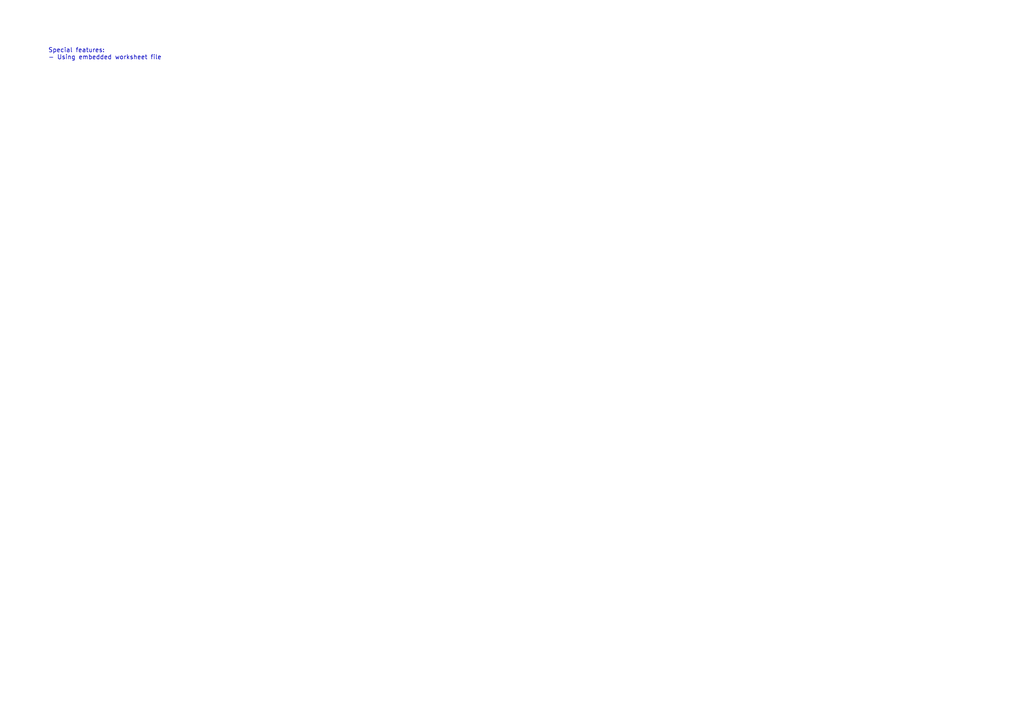
<source format=kicad_sch>
(kicad_sch
	(version 20250114)
	(generator "eeschema")
	(generator_version "9.0")
	(uuid "e63e39d7-6ac0-4ffd-8aa3-1841a4541b55")
	(paper "A4")
	(title_block
		(title "Test design all features")
		(date "2025-12-20")
		(rev "1")
		(comment 1 "1234-12345")
		(comment 2 "1234-12345")
	)
	(lib_symbols)
	(text "Special features:\n- Using embedded worksheet file"
		(exclude_from_sim no)
		(at 13.97 13.97 0)
		(effects
			(font
				(size 1.27 1.27)
			)
			(justify left top)
		)
		(uuid "51709cbd-4466-42d9-9ff5-081ff2608e70")
	)
	(sheet_instances
		(path "/"
			(page "1")
		)
	)
	(embedded_fonts no)
	(embedded_files
		(file
			(name "lilytronics_page_layout_sch.kicad_wks")
			(type worksheet)
			(data |KLUv/WBxDB0XADZfYiDwWDfQMcnOQmlDrICnrVAC1V/+o+vtnvuQumgGPnRYaFkAVQBZAB9+0LNI
				/Bc3I/E/nptnS3w9+RNpvuOhofY15ec51+T4hoZ6tfTUHf/kXwAAAoIR6X2cl7U01uW4JhxZMov/
				ZcfuMdjuxuikEot3zF4qAAKCMWTScD7whgoBOUNlf+ygRHXujyRQpbIxBYpWObEN3WzobKwAeCx2
				WlYqR3H0J/e4ttqSf/LffJ1YpXLWCNcij4+oUwbxpfI/H3nmYM+Oswh+OOXn70frQbdwbUkXBTe7
				4+vBnQQ97Loz2RQL8TWCF4v5UeENE2IHX0TWtL2ue1yyplZaO7u9SSeRUBgZQqKYdBGIw8rNrrqI
				B/FUhGx794+Vmqal7mXTNiszrXL+X4POljWrOcsBAYFB02hPKJALJNNZKuVKbtnoRjXNdp6ioekw
				lwuEzs4Gh9WgWrqKojJ7tqS25YMOEvNGJ/XwOixCMW32jYiE5YJR2Ti5aV0vTTscuHH0/6kX3SRW
				vYi9aJZ5cICkoLFgptzIUFBQkGQYA8BEpMQqHZoxAUuGn45uF4HjNx7AKkYT+RxFAq9bwMbDoSEA
				WKFnPifYOaUM+mRk9iFiAYWQMs+MgXwfwPxkRq5KkdEeQQnfjJyyr3lpllUwd0b1gGMndVDCymNh
				bPUulTy2JI1mkJ8WCMPWnEFSRZpPlRm0yZfZaHMxtAAY+skRQ34urRsX1LADAvI6EaOj+Y+Y4CJB
				+bckCcqT2mWE8HkT0L6oFwJLND6vgpDPXOLvZ/V6IY83udLCufUggIH5cY+M/UTCgn8Nj0na94Ci
				RE01nQGxvXDRkSMcfW01DytlWl5/qkJGqzBYeZkI2jnQGZyp3V6S46wCji5p2mKFPIaxt//k9mdY
				QB568o+GA84yp/+BAcpAle/IEGQgE3rzcKKA7/CSw4pP0ts2I5sFGcx0Lpg306tZy9yHufQhxk3c
				WUZ6QI3BqQI=|
			)
			(checksum "AA99E32D76E6281768E23AD2759012E5")
		)
	)
)

</source>
